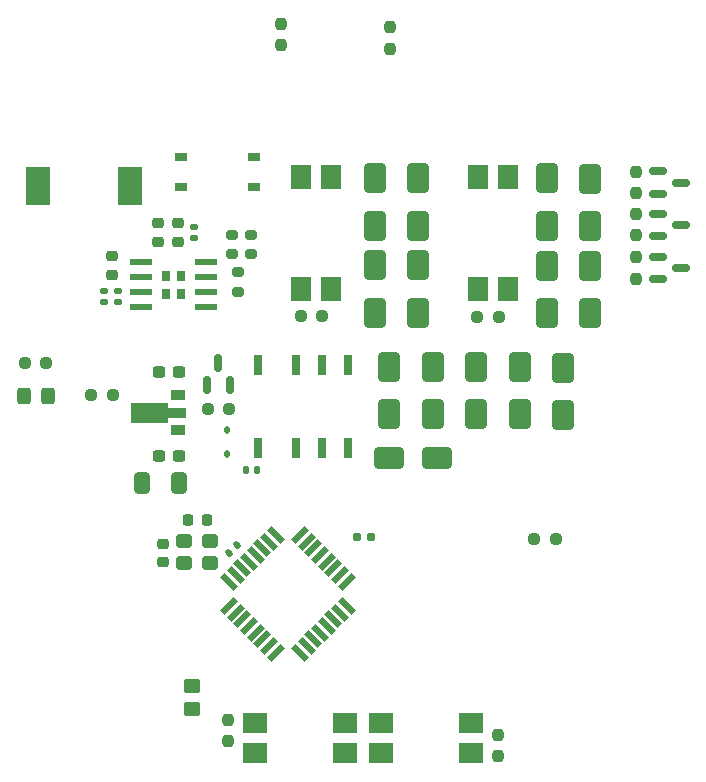
<source format=gbr>
%TF.GenerationSoftware,KiCad,Pcbnew,7.0.11*%
%TF.CreationDate,2024-04-01T19:46:57+02:00*%
%TF.ProjectId,BloX_ABC_MkII,426c6f58-5f41-4424-935f-4d6b49492e6b,rev?*%
%TF.SameCoordinates,Original*%
%TF.FileFunction,Paste,Top*%
%TF.FilePolarity,Positive*%
%FSLAX46Y46*%
G04 Gerber Fmt 4.6, Leading zero omitted, Abs format (unit mm)*
G04 Created by KiCad (PCBNEW 7.0.11) date 2024-04-01 19:46:57*
%MOMM*%
%LPD*%
G01*
G04 APERTURE LIST*
G04 Aperture macros list*
%AMRoundRect*
0 Rectangle with rounded corners*
0 $1 Rounding radius*
0 $2 $3 $4 $5 $6 $7 $8 $9 X,Y pos of 4 corners*
0 Add a 4 corners polygon primitive as box body*
4,1,4,$2,$3,$4,$5,$6,$7,$8,$9,$2,$3,0*
0 Add four circle primitives for the rounded corners*
1,1,$1+$1,$2,$3*
1,1,$1+$1,$4,$5*
1,1,$1+$1,$6,$7*
1,1,$1+$1,$8,$9*
0 Add four rect primitives between the rounded corners*
20,1,$1+$1,$2,$3,$4,$5,0*
20,1,$1+$1,$4,$5,$6,$7,0*
20,1,$1+$1,$6,$7,$8,$9,0*
20,1,$1+$1,$8,$9,$2,$3,0*%
%AMRotRect*
0 Rectangle, with rotation*
0 The origin of the aperture is its center*
0 $1 length*
0 $2 width*
0 $3 Rotation angle, in degrees counterclockwise*
0 Add horizontal line*
21,1,$1,$2,0,0,$3*%
%AMFreePoly0*
4,1,9,3.862500,-0.866500,0.737500,-0.866500,0.737500,-0.450000,-0.737500,-0.450000,-0.737500,0.450000,0.737500,0.450000,0.737500,0.866500,3.862500,0.866500,3.862500,-0.866500,3.862500,-0.866500,$1*%
G04 Aperture macros list end*
%ADD10RoundRect,0.250000X-0.650000X1.000000X-0.650000X-1.000000X0.650000X-1.000000X0.650000X1.000000X0*%
%ADD11RoundRect,0.237500X0.250000X0.237500X-0.250000X0.237500X-0.250000X-0.237500X0.250000X-0.237500X0*%
%ADD12R,2.000000X1.780000*%
%ADD13RoundRect,0.140000X-0.170000X0.140000X-0.170000X-0.140000X0.170000X-0.140000X0.170000X0.140000X0*%
%ADD14RoundRect,0.200000X0.275000X-0.200000X0.275000X0.200000X-0.275000X0.200000X-0.275000X-0.200000X0*%
%ADD15RoundRect,0.237500X-0.237500X0.250000X-0.237500X-0.250000X0.237500X-0.250000X0.237500X0.250000X0*%
%ADD16RoundRect,0.250000X-1.000000X-0.650000X1.000000X-0.650000X1.000000X0.650000X-1.000000X0.650000X0*%
%ADD17RoundRect,0.250000X0.650000X-1.000000X0.650000X1.000000X-0.650000X1.000000X-0.650000X-1.000000X0*%
%ADD18R,1.300000X0.900000*%
%ADD19FreePoly0,180.000000*%
%ADD20RoundRect,0.237500X0.237500X-0.250000X0.237500X0.250000X-0.237500X0.250000X-0.237500X-0.250000X0*%
%ADD21R,1.780000X2.000000*%
%ADD22RoundRect,0.237500X0.300000X0.237500X-0.300000X0.237500X-0.300000X-0.237500X0.300000X-0.237500X0*%
%ADD23RoundRect,0.150000X-0.587500X-0.150000X0.587500X-0.150000X0.587500X0.150000X-0.587500X0.150000X0*%
%ADD24RoundRect,0.250000X0.412500X0.650000X-0.412500X0.650000X-0.412500X-0.650000X0.412500X-0.650000X0*%
%ADD25RoundRect,0.225000X-0.225000X-0.250000X0.225000X-0.250000X0.225000X0.250000X-0.225000X0.250000X0*%
%ADD26RoundRect,0.160000X0.197500X0.160000X-0.197500X0.160000X-0.197500X-0.160000X0.197500X-0.160000X0*%
%ADD27RotRect,1.600000X0.550000X315.000000*%
%ADD28RotRect,1.600000X0.550000X45.000000*%
%ADD29RoundRect,0.140000X0.140000X0.170000X-0.140000X0.170000X-0.140000X-0.170000X0.140000X-0.170000X0*%
%ADD30RoundRect,0.237500X-0.250000X-0.237500X0.250000X-0.237500X0.250000X0.237500X-0.250000X0.237500X0*%
%ADD31RoundRect,0.250000X0.325000X0.450000X-0.325000X0.450000X-0.325000X-0.450000X0.325000X-0.450000X0*%
%ADD32RoundRect,0.225000X-0.250000X0.225000X-0.250000X-0.225000X0.250000X-0.225000X0.250000X0.225000X0*%
%ADD33RoundRect,0.200000X-0.275000X0.200000X-0.275000X-0.200000X0.275000X-0.200000X0.275000X0.200000X0*%
%ADD34RoundRect,0.112500X0.112500X-0.187500X0.112500X0.187500X-0.112500X0.187500X-0.112500X-0.187500X0*%
%ADD35R,1.910000X0.610000*%
%ADD36R,0.723000X0.930000*%
%ADD37R,0.800000X1.800000*%
%ADD38RoundRect,0.225000X0.250000X-0.225000X0.250000X0.225000X-0.250000X0.225000X-0.250000X-0.225000X0*%
%ADD39R,2.000000X3.200000*%
%ADD40RoundRect,0.140000X0.021213X-0.219203X0.219203X-0.021213X-0.021213X0.219203X-0.219203X0.021213X0*%
%ADD41RoundRect,0.300000X0.400000X0.300000X-0.400000X0.300000X-0.400000X-0.300000X0.400000X-0.300000X0*%
%ADD42RoundRect,0.150000X0.150000X-0.587500X0.150000X0.587500X-0.150000X0.587500X-0.150000X-0.587500X0*%
%ADD43R,1.000000X0.800000*%
%ADD44RoundRect,0.250000X-0.450000X0.350000X-0.450000X-0.350000X0.450000X-0.350000X0.450000X0.350000X0*%
G04 APERTURE END LIST*
D10*
%TO.C,D403*%
X125801000Y-74693500D03*
X125801000Y-78693500D03*
%TD*%
%TO.C,D404*%
X125801000Y-82059500D03*
X125801000Y-86059500D03*
%TD*%
D11*
%TO.C,R501*%
X95249500Y-94163000D03*
X93424500Y-94163000D03*
%TD*%
D12*
%TO.C,U2*%
X115697000Y-123317000D03*
X115697000Y-120777000D03*
X108077000Y-120777000D03*
X108077000Y-123317000D03*
%TD*%
D13*
%TO.C,C906*%
X92282500Y-78770000D03*
X92282500Y-79730000D03*
%TD*%
D14*
%TO.C,R903*%
X95457500Y-81089000D03*
X95457500Y-79439000D03*
%TD*%
D15*
%TO.C,R802*%
X108875000Y-61877000D03*
X108875000Y-63702000D03*
%TD*%
D16*
%TO.C,D504*%
X108817000Y-98330000D03*
X112817000Y-98330000D03*
%TD*%
D17*
%TO.C,D506*%
X112500000Y-94615000D03*
X112500000Y-90615000D03*
%TD*%
D18*
%TO.C,U301*%
X90932000Y-96012000D03*
D19*
X90844500Y-94512000D03*
D18*
X90932000Y-93012000D03*
%TD*%
D20*
%TO.C,R803*%
X129667000Y-75946000D03*
X129667000Y-74121000D03*
%TD*%
D21*
%TO.C,U402*%
X116276000Y-84079000D03*
X118816000Y-84079000D03*
X118816000Y-74549000D03*
X116276000Y-74549000D03*
%TD*%
D22*
%TO.C,C301*%
X91006000Y-91059000D03*
X89281000Y-91059000D03*
%TD*%
D23*
%TO.C,Q803*%
X131594000Y-81322500D03*
X131594000Y-83222500D03*
X133469000Y-82272500D03*
%TD*%
D24*
%TO.C,C303*%
X90970500Y-100457000D03*
X87845500Y-100457000D03*
%TD*%
D25*
%TO.C,C201*%
X91798000Y-103623000D03*
X93348000Y-103623000D03*
%TD*%
D26*
%TO.C,R202*%
X107277500Y-105029000D03*
X106082500Y-105029000D03*
%TD*%
D27*
%TO.C,U202*%
X99177695Y-104869897D03*
X98612010Y-105435583D03*
X98046324Y-106001268D03*
X97480639Y-106566953D03*
X96914953Y-107132639D03*
X96349268Y-107698324D03*
X95783583Y-108264010D03*
X95217897Y-108829695D03*
D28*
X95217897Y-110880305D03*
X95783583Y-111445990D03*
X96349268Y-112011676D03*
X96914953Y-112577361D03*
X97480639Y-113143047D03*
X98046324Y-113708732D03*
X98612010Y-114274417D03*
X99177695Y-114840103D03*
D27*
X101228305Y-114840103D03*
X101793990Y-114274417D03*
X102359676Y-113708732D03*
X102925361Y-113143047D03*
X103491047Y-112577361D03*
X104056732Y-112011676D03*
X104622417Y-111445990D03*
X105188103Y-110880305D03*
D28*
X105188103Y-108829695D03*
X104622417Y-108264010D03*
X104056732Y-107698324D03*
X103491047Y-107132639D03*
X102925361Y-106566953D03*
X102359676Y-106001268D03*
X101793990Y-105435583D03*
X101228305Y-104869897D03*
%TD*%
D29*
%TO.C,C501*%
X97611000Y-99370000D03*
X96651000Y-99370000D03*
%TD*%
D10*
%TO.C,D303*%
X111252000Y-74676000D03*
X111252000Y-78676000D03*
%TD*%
D30*
%TO.C,R203*%
X83587500Y-93000000D03*
X85412500Y-93000000D03*
%TD*%
D31*
%TO.C,D201*%
X79892000Y-93091000D03*
X77842000Y-93091000D03*
%TD*%
D13*
%TO.C,C903*%
X84662500Y-84201000D03*
X84662500Y-85161000D03*
%TD*%
D10*
%TO.C,D507*%
X108817000Y-90615000D03*
X108817000Y-94615000D03*
%TD*%
D20*
%TO.C,R2*%
X95123000Y-122324500D03*
X95123000Y-120499500D03*
%TD*%
D32*
%TO.C,C203*%
X89652000Y-105610000D03*
X89652000Y-107160000D03*
%TD*%
D11*
%TO.C,R401*%
X118077500Y-86426000D03*
X116252500Y-86426000D03*
%TD*%
D33*
%TO.C,R901*%
X97108500Y-79439000D03*
X97108500Y-81089000D03*
%TD*%
D23*
%TO.C,Q801*%
X131594000Y-74083500D03*
X131594000Y-75983500D03*
X133469000Y-75033500D03*
%TD*%
D34*
%TO.C,D505*%
X95099000Y-98041000D03*
X95099000Y-95941000D03*
%TD*%
D35*
%TO.C,U901*%
X87757000Y-81788000D03*
X87757000Y-83058000D03*
X87757000Y-84328000D03*
X87757000Y-85598000D03*
X93317000Y-85598000D03*
X93317000Y-84328000D03*
X93317000Y-83058000D03*
X93317000Y-81788000D03*
D36*
X89934500Y-82918000D03*
X89934500Y-84468000D03*
X91139500Y-82918000D03*
X91139500Y-84468000D03*
%TD*%
D13*
%TO.C,C902*%
X85805500Y-84201000D03*
X85805500Y-85161000D03*
%TD*%
D17*
%TO.C,D502*%
X119866000Y-94615000D03*
X119866000Y-90615000D03*
%TD*%
%TO.C,D302*%
X107569000Y-86042000D03*
X107569000Y-82042000D03*
%TD*%
D37*
%TO.C,K501*%
X97700000Y-97480000D03*
X100900000Y-97480000D03*
X103100000Y-97480000D03*
X105300000Y-97480000D03*
X105300000Y-90480000D03*
X103100000Y-90480000D03*
X100900000Y-90480000D03*
X97700000Y-90480000D03*
%TD*%
D38*
%TO.C,C901*%
X85297500Y-82817000D03*
X85297500Y-81267000D03*
%TD*%
D10*
%TO.C,D304*%
X111252000Y-82042000D03*
X111252000Y-86042000D03*
%TD*%
D33*
%TO.C,R902*%
X95965500Y-82614000D03*
X95965500Y-84264000D03*
%TD*%
D39*
%TO.C,L901*%
X79031000Y-75311000D03*
X86831000Y-75311000D03*
%TD*%
D12*
%TO.C,U1*%
X97409000Y-120777000D03*
X97409000Y-123317000D03*
X105029000Y-123317000D03*
X105029000Y-120777000D03*
%TD*%
D15*
%TO.C,R1*%
X117983000Y-121769500D03*
X117983000Y-123594500D03*
%TD*%
D22*
%TO.C,C302*%
X91032500Y-98171000D03*
X89307500Y-98171000D03*
%TD*%
D40*
%TO.C,C202*%
X95240000Y-106385000D03*
X95918822Y-105706178D03*
%TD*%
D41*
%TO.C,Y201*%
X93630000Y-105374000D03*
X91430000Y-105374000D03*
X91430000Y-107274000D03*
X93630000Y-107274000D03*
%TD*%
D17*
%TO.C,D401*%
X122174000Y-78679000D03*
X122174000Y-74679000D03*
%TD*%
D11*
%TO.C,R301*%
X103147500Y-86360000D03*
X101322500Y-86360000D03*
%TD*%
D15*
%TO.C,R801*%
X99615000Y-61599500D03*
X99615000Y-63424500D03*
%TD*%
D42*
%TO.C,Q501*%
X93387000Y-92179500D03*
X95287000Y-92179500D03*
X94337000Y-90304500D03*
%TD*%
D17*
%TO.C,D402*%
X122174000Y-86059500D03*
X122174000Y-82059500D03*
%TD*%
D32*
%TO.C,C904*%
X90900500Y-78473000D03*
X90900500Y-80023000D03*
%TD*%
D21*
%TO.C,U302*%
X101346000Y-84079000D03*
X103886000Y-84079000D03*
X103886000Y-74549000D03*
X101346000Y-74549000D03*
%TD*%
D23*
%TO.C,Q802*%
X131594000Y-77694500D03*
X131594000Y-79594500D03*
X133469000Y-78644500D03*
%TD*%
D20*
%TO.C,R805*%
X129667000Y-83185000D03*
X129667000Y-81360000D03*
%TD*%
D43*
%TO.C,D701*%
X97309000Y-75438000D03*
X97309000Y-72898000D03*
X91159000Y-72898000D03*
X91159000Y-75438000D03*
%TD*%
D20*
%TO.C,R804*%
X129667000Y-79502000D03*
X129667000Y-77677000D03*
%TD*%
D10*
%TO.C,D501*%
X123549000Y-90742000D03*
X123549000Y-94742000D03*
%TD*%
D30*
%TO.C,R204*%
X121058300Y-105206800D03*
X122883300Y-105206800D03*
%TD*%
D44*
%TO.C,R3*%
X92075000Y-117618000D03*
X92075000Y-119618000D03*
%TD*%
D11*
%TO.C,R201*%
X79779500Y-90297000D03*
X77954500Y-90297000D03*
%TD*%
D32*
%TO.C,C905*%
X89234500Y-78473000D03*
X89234500Y-80023000D03*
%TD*%
D10*
%TO.C,D503*%
X116183000Y-90615000D03*
X116183000Y-94615000D03*
%TD*%
D17*
%TO.C,D301*%
X107569000Y-78676000D03*
X107569000Y-74676000D03*
%TD*%
M02*

</source>
